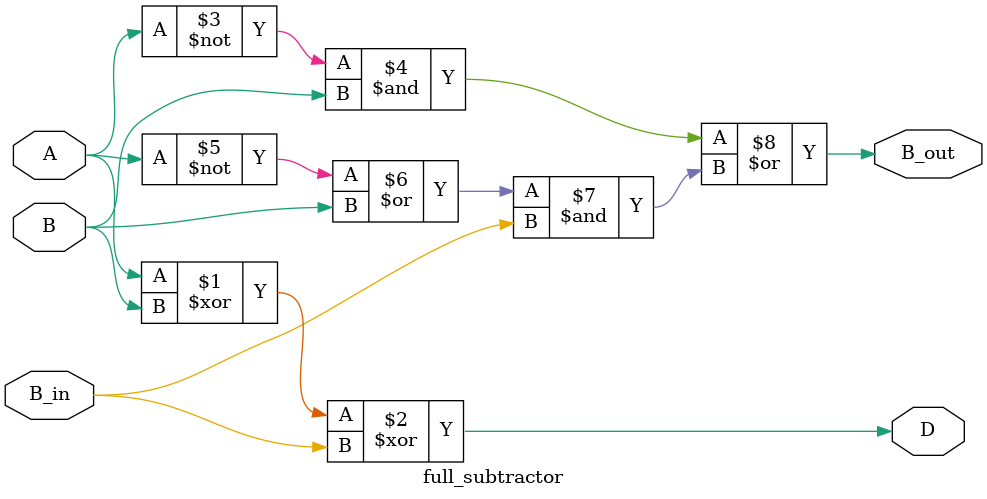
<source format=v>
module verified_sub_16bit(A, B, D, B_out);
    input [16:1] A;       // 16-bit input A
    input [16:1] B;       // 16-bit input B
    output [16:1] D;      // 16-bit difference output
    output B_out;         // Borrow out

    wire b4, b8, b12;

    // Instantiate 4-bit subtractors
    subtractor_4 sub1(
        .A(A[4:1]),
        .B(B[4:1]),
        .B_in(0),
        .D(D[4:1]),
        .B_out(b4)
    );

    subtractor_4 sub2(
        .A(A[8:5]),
        .B(B[8:5]),
        .B_in(b4),
        .D(D[8:5]),
        .B_out(b8)
    );

    subtractor_4 sub3(
        .A(A[12:9]),
        .B(B[12:9]),
        .B_in(b8),
        .D(D[12:9]),
        .B_out(b12)
    );

    subtractor_4 sub4(
        .A(A[16:13]),
        .B(B[16:13]),
        .B_in(b12),
        .D(D[16:13]),
        .B_out(B_out)
    );
endmodule

module subtractor_4(A, B, B_in, D, B_out);
    input [4:1] A;        // 4-bit input A
    input [4:1] B;        // 4-bit input B
    input B_in;           // Borrow in
    output [4:1] D;       // 4-bit difference output
    output B_out;         // Borrow out

    wire p1, p2, p3, p4;  // Propagate signals
    wire g1, g2, g3, g4;  // Generate signals
    wire b1, b2, b3;      // Internal borrow signals

    // Instantiate full subtractors for each bit
    full_subtractor fs1(
        .A(A[1]),
        .B(B[1]),
        .B_in(B_in),
        .D(D[1]),
        .B_out(b1)
    );

    full_subtractor fs2(
        .A(A[2]),
        .B(B[2]),
        .B_in(b1),
        .D(D[2]),
        .B_out(b2)
    );

    full_subtractor fs3(
        .A(A[3]),
        .B(B[3]),
        .B_in(b2),
        .D(D[3]),
        .B_out(b3)
    );

    full_subtractor fs4(
        .A(A[4]),
        .B(B[4]),
        .B_in(b3),
        .D(D[4]),
        .B_out(B_out)
    );

    // Generate and propagate signals
    assign p1 = A[1] ^ B[1];
    assign g1 = ~A[1] & B[1];

    assign p2 = A[2] ^ B[2];
    assign g2 = ~A[2] & B[2];

    assign p3 = A[3] ^ B[3];
    assign g3 = ~A[3] & B[3];

    assign p4 = A[4] ^ B[4];
    assign g4 = ~A[4] & B[4];

endmodule

module full_subtractor(A, B, B_in, D, B_out);
    input A;              // Input A
    input B;              // Input B
    input B_in;           // Borrow in
    output D;             // Difference output
    output B_out;         // Borrow out

    assign D = A ^ B ^ B_in; // Difference calculation
    assign B_out = (~A & B) | ((~A | B) & B_in); // Borrow out calculation
endmodule
</source>
